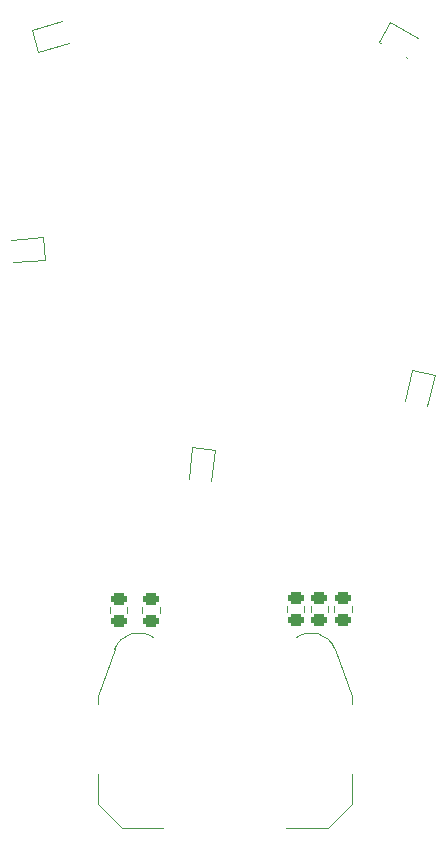
<source format=gbo>
G04 #@! TF.GenerationSoftware,KiCad,Pcbnew,(6.0.10-0)*
G04 #@! TF.CreationDate,2023-08-25T18:06:36+02:00*
G04 #@! TF.ProjectId,SwiftLeeds,53776966-744c-4656-9564-732e6b696361,rev?*
G04 #@! TF.SameCoordinates,Original*
G04 #@! TF.FileFunction,Legend,Bot*
G04 #@! TF.FilePolarity,Positive*
%FSLAX46Y46*%
G04 Gerber Fmt 4.6, Leading zero omitted, Abs format (unit mm)*
G04 Created by KiCad (PCBNEW (6.0.10-0)) date 2023-08-25 18:06:36*
%MOMM*%
%LPD*%
G01*
G04 APERTURE LIST*
G04 Aperture macros list*
%AMRoundRect*
0 Rectangle with rounded corners*
0 $1 Rounding radius*
0 $2 $3 $4 $5 $6 $7 $8 $9 X,Y pos of 4 corners*
0 Add a 4 corners polygon primitive as box body*
4,1,4,$2,$3,$4,$5,$6,$7,$8,$9,$2,$3,0*
0 Add four circle primitives for the rounded corners*
1,1,$1+$1,$2,$3*
1,1,$1+$1,$4,$5*
1,1,$1+$1,$6,$7*
1,1,$1+$1,$8,$9*
0 Add four rect primitives between the rounded corners*
20,1,$1+$1,$2,$3,$4,$5,0*
20,1,$1+$1,$4,$5,$6,$7,0*
20,1,$1+$1,$6,$7,$8,$9,0*
20,1,$1+$1,$8,$9,$2,$3,0*%
G04 Aperture macros list end*
%ADD10C,0.120000*%
%ADD11C,0.000000*%
%ADD12RoundRect,0.250000X-0.450000X0.262500X-0.450000X-0.262500X0.450000X-0.262500X0.450000X0.262500X0*%
%ADD13RoundRect,0.243750X-0.423144X0.297536X-0.482555X-0.186330X0.423144X-0.297536X0.482555X0.186330X0*%
%ADD14RoundRect,0.243750X0.203058X0.475758X-0.282587X0.433270X-0.203058X-0.475758X0.282587X-0.433270X0*%
%ADD15RoundRect,0.243750X-0.389725X0.340137X-0.499388X-0.134869X0.389725X-0.340137X0.499388X0.134869X0*%
%ADD16RoundRect,0.243750X-0.439219X-0.273249X-0.017031X-0.516999X0.439219X0.273249X0.017031X0.516999X0*%
%ADD17RoundRect,0.243750X-0.099705X-0.507580X0.366494X-0.365048X0.099705X0.507580X-0.366494X0.365048X0*%
%ADD18R,1.270000X5.080000*%
%ADD19C,17.800000*%
G04 APERTURE END LIST*
D10*
X222000000Y-96860436D02*
X222000000Y-97314564D01*
X223470000Y-96860436D02*
X223470000Y-97314564D01*
X219265000Y-96860436D02*
X219265000Y-97314564D01*
X220735000Y-96860436D02*
X220735000Y-97314564D01*
X238265000Y-96772936D02*
X238265000Y-97227064D01*
X239735000Y-96772936D02*
X239735000Y-97227064D01*
X236265000Y-96772936D02*
X236265000Y-97227064D01*
X237735000Y-96772936D02*
X237735000Y-97227064D01*
X234265000Y-96772936D02*
X234265000Y-97227064D01*
X235735000Y-96772936D02*
X235735000Y-97227064D01*
X228158194Y-83529512D02*
X227830975Y-86194499D01*
X226252506Y-83295523D02*
X228158194Y-83529512D01*
X225925286Y-85960510D02*
X226252506Y-83295523D01*
X213762258Y-67409489D02*
X211087475Y-67643503D01*
X213594919Y-65496796D02*
X213762258Y-67409489D01*
X210920136Y-65730809D02*
X213594919Y-65496796D01*
X244279794Y-79365139D02*
X244883787Y-76748955D01*
X244883787Y-76748955D02*
X246754578Y-77180861D01*
X246754578Y-77180861D02*
X246150584Y-79797045D01*
X243020747Y-47326116D02*
X245346025Y-48668616D01*
X242060747Y-48988884D02*
X243020747Y-47326116D01*
X244386025Y-50331384D02*
X242060747Y-48988884D01*
X215778487Y-49051898D02*
X213210808Y-49836916D01*
X213210808Y-49836916D02*
X212649455Y-48000811D01*
X212649455Y-48000811D02*
X215217133Y-47215793D01*
X223800000Y-115540000D02*
X220300000Y-115540000D01*
X239780000Y-105000000D02*
X239780000Y-104370000D01*
X237700000Y-115540000D02*
X239780000Y-113460000D01*
X239780000Y-113460000D02*
X239780000Y-111000000D01*
X218220000Y-113460000D02*
X218220000Y-111000000D01*
X218220000Y-105000000D02*
X218220000Y-104370000D01*
X237700000Y-115540000D02*
X234200000Y-115540000D01*
X239780000Y-104370000D02*
X238340000Y-100420000D01*
X218220000Y-104370000D02*
X219660000Y-100420000D01*
X220300000Y-115540000D02*
X218220000Y-113460000D01*
X238325244Y-100411831D02*
G75*
G03*
X235000000Y-99450000I-2015244J-738169D01*
G01*
X222996646Y-99433470D02*
G75*
G03*
X219660000Y-100420000I-1306646J-1716531D01*
G01*
%LPC*%
D11*
G36*
X227328829Y-48257714D02*
G01*
X228693367Y-48377241D01*
X229824548Y-48587926D01*
X230295054Y-48726581D01*
X230698129Y-48886978D01*
X230975816Y-49021369D01*
X231243445Y-49156574D01*
X231501191Y-49292476D01*
X231749229Y-49428960D01*
X231987732Y-49565909D01*
X232216875Y-49703207D01*
X232436832Y-49840737D01*
X232647779Y-49978384D01*
X232849888Y-50116030D01*
X233043336Y-50253561D01*
X233228295Y-50390859D01*
X233404942Y-50527808D01*
X233573449Y-50664292D01*
X233733992Y-50800194D01*
X233886744Y-50935399D01*
X234031881Y-51069790D01*
X234062218Y-51098742D01*
X234093660Y-51126066D01*
X234126148Y-51151762D01*
X234159624Y-51175830D01*
X234194031Y-51198271D01*
X234229310Y-51219083D01*
X234302251Y-51255825D01*
X234377982Y-51286056D01*
X234456040Y-51309776D01*
X234535957Y-51326984D01*
X234617270Y-51337681D01*
X234699513Y-51341867D01*
X234782221Y-51339541D01*
X234864930Y-51330705D01*
X234947173Y-51315357D01*
X235028486Y-51293497D01*
X235108404Y-51265127D01*
X235186461Y-51230245D01*
X235262193Y-51188853D01*
X235976180Y-50756331D01*
X236659936Y-50379677D01*
X237313927Y-50056160D01*
X237938617Y-49783047D01*
X238534472Y-49557605D01*
X239101956Y-49377103D01*
X239641535Y-49238807D01*
X240153674Y-49139985D01*
X240638839Y-49077906D01*
X241097493Y-49049836D01*
X241530102Y-49053043D01*
X241937131Y-49084795D01*
X242319046Y-49142359D01*
X242676311Y-49223004D01*
X243009392Y-49323996D01*
X243318753Y-49442603D01*
X243363838Y-49465838D01*
X243409678Y-49490817D01*
X243456100Y-49517424D01*
X243502928Y-49545542D01*
X243549989Y-49575056D01*
X243597109Y-49605848D01*
X243644111Y-49637804D01*
X243690824Y-49670806D01*
X243737071Y-49704738D01*
X243782678Y-49739484D01*
X243827472Y-49774927D01*
X243871277Y-49810952D01*
X243913920Y-49847442D01*
X243955226Y-49884281D01*
X243995020Y-49921353D01*
X244033128Y-49958540D01*
X244076856Y-49996212D01*
X244118783Y-50034815D01*
X244158965Y-50074347D01*
X244197461Y-50114810D01*
X244234329Y-50156203D01*
X244269627Y-50198526D01*
X244303414Y-50241779D01*
X244335747Y-50285962D01*
X244366685Y-50331076D01*
X244396286Y-50377119D01*
X244424608Y-50424093D01*
X244451709Y-50471997D01*
X244477647Y-50520831D01*
X244502481Y-50570596D01*
X244526268Y-50621290D01*
X244549068Y-50672915D01*
X244674214Y-50982275D01*
X244780060Y-51315355D01*
X244864047Y-51672620D01*
X244923616Y-52054534D01*
X244956211Y-52461563D01*
X244959273Y-52894172D01*
X244930243Y-53352826D01*
X244866565Y-53837990D01*
X244765680Y-54350129D01*
X244625029Y-54889708D01*
X244442056Y-55457193D01*
X244214202Y-56053048D01*
X243938909Y-56677738D01*
X243613619Y-57331729D01*
X243235774Y-58015486D01*
X242802816Y-58729473D01*
X242761424Y-58804769D01*
X242726543Y-58881635D01*
X242698172Y-58959779D01*
X242676313Y-59038912D01*
X242660966Y-59118742D01*
X242652129Y-59198979D01*
X242649804Y-59279333D01*
X242653989Y-59359512D01*
X242664686Y-59439226D01*
X242681895Y-59518185D01*
X242705614Y-59596097D01*
X242735845Y-59672671D01*
X242772587Y-59747618D01*
X242815840Y-59820647D01*
X242839909Y-59856351D01*
X242865605Y-59891466D01*
X242892929Y-59925956D01*
X242921881Y-59959786D01*
X243191477Y-60257674D01*
X243463863Y-60586724D01*
X243738110Y-60948330D01*
X244013287Y-61343887D01*
X244288464Y-61774791D01*
X244562710Y-62242437D01*
X244835097Y-62748220D01*
X244970302Y-63015849D01*
X245104693Y-63293536D01*
X245410284Y-64166680D01*
X245625823Y-65296670D01*
X245748693Y-66659437D01*
X245776278Y-68230912D01*
X245705963Y-69987029D01*
X245535130Y-71903718D01*
X245261164Y-73956913D01*
X244881449Y-76122545D01*
X244393369Y-78376545D01*
X243794307Y-80694847D01*
X243081647Y-83053381D01*
X242252774Y-85428081D01*
X241305070Y-87794878D01*
X240235920Y-90129703D01*
X239042709Y-92408490D01*
X237722818Y-94607169D01*
X237722816Y-94607166D01*
X237683797Y-94657386D01*
X237641348Y-94703827D01*
X237595760Y-94746431D01*
X237547323Y-94785140D01*
X237496328Y-94819896D01*
X237443066Y-94850640D01*
X237387827Y-94877315D01*
X237330903Y-94899862D01*
X237272583Y-94918224D01*
X237213158Y-94932341D01*
X237152920Y-94942156D01*
X237092158Y-94947612D01*
X237031164Y-94948649D01*
X236970227Y-94945209D01*
X236909640Y-94937235D01*
X236849692Y-94924668D01*
X236791575Y-94900057D01*
X236736365Y-94871027D01*
X236684179Y-94837812D01*
X236635131Y-94800644D01*
X236589340Y-94759755D01*
X236546920Y-94715377D01*
X236507988Y-94667745D01*
X236472661Y-94617089D01*
X236441054Y-94563643D01*
X236413285Y-94507638D01*
X236389468Y-94449309D01*
X236369721Y-94388886D01*
X236354160Y-94326603D01*
X236342901Y-94262692D01*
X236336061Y-94197386D01*
X236333755Y-94130917D01*
X236413750Y-91673363D01*
X236444678Y-88976055D01*
X236408169Y-85573203D01*
X236258178Y-81669917D01*
X235948662Y-77471304D01*
X235719693Y-75325347D01*
X235433577Y-73182474D01*
X235084558Y-71068323D01*
X234666880Y-69008534D01*
X234645983Y-68928201D01*
X234620633Y-68850956D01*
X234591023Y-68776865D01*
X234557351Y-68705994D01*
X234519814Y-68638407D01*
X234478606Y-68574171D01*
X234433925Y-68513350D01*
X234385966Y-68456009D01*
X234334927Y-68402215D01*
X234281002Y-68352033D01*
X234224388Y-68305528D01*
X234165282Y-68262765D01*
X234103879Y-68223811D01*
X234040377Y-68188729D01*
X233974970Y-68157587D01*
X233907856Y-68130448D01*
X233839230Y-68107379D01*
X233769289Y-68088445D01*
X233698228Y-68073711D01*
X233626245Y-68063243D01*
X233553535Y-68057106D01*
X233480294Y-68055366D01*
X233406720Y-68058087D01*
X233333007Y-68065336D01*
X233259352Y-68077178D01*
X233185952Y-68093677D01*
X233113002Y-68114901D01*
X233040699Y-68140913D01*
X232969239Y-68171780D01*
X232898818Y-68207566D01*
X232829633Y-68248337D01*
X232761879Y-68294159D01*
X232181450Y-68705452D01*
X231601021Y-69106513D01*
X231020591Y-69498272D01*
X230440161Y-69881659D01*
X229279302Y-70627040D01*
X228118442Y-71350097D01*
X228114722Y-71349981D01*
X228111010Y-71349641D01*
X228107313Y-71349083D01*
X228103637Y-71348314D01*
X228099990Y-71347341D01*
X228096380Y-71346172D01*
X228092813Y-71344815D01*
X228089297Y-71343275D01*
X228085840Y-71341561D01*
X228082447Y-71339680D01*
X228079127Y-71337640D01*
X228075888Y-71335446D01*
X228072735Y-71333107D01*
X228069677Y-71330631D01*
X228066720Y-71328023D01*
X228063873Y-71325292D01*
X228061142Y-71322444D01*
X228058534Y-71319488D01*
X228056057Y-71316430D01*
X228053719Y-71313277D01*
X228051525Y-71310037D01*
X228049484Y-71306717D01*
X228047603Y-71303325D01*
X228045890Y-71299867D01*
X228044350Y-71296351D01*
X228042993Y-71292784D01*
X228041824Y-71289174D01*
X228040851Y-71285527D01*
X228040082Y-71281851D01*
X228039524Y-71278153D01*
X228039183Y-71274441D01*
X228039068Y-71270722D01*
X228233679Y-70854430D01*
X228401605Y-70453718D01*
X228544067Y-70068354D01*
X228662287Y-69698105D01*
X228757485Y-69342739D01*
X228830881Y-69002024D01*
X228883698Y-68675726D01*
X228917155Y-68363613D01*
X228932474Y-68065453D01*
X228930875Y-67781013D01*
X228913579Y-67510061D01*
X228881808Y-67252364D01*
X228836781Y-67007689D01*
X228779721Y-66775804D01*
X228711847Y-66556476D01*
X228634381Y-66349473D01*
X228618588Y-66305290D01*
X228601051Y-66262037D01*
X228581885Y-66219714D01*
X228561208Y-66178321D01*
X228539136Y-66137859D01*
X228515784Y-66098326D01*
X228491270Y-66059724D01*
X228465710Y-66022052D01*
X228439219Y-65985310D01*
X228411914Y-65949498D01*
X228383912Y-65914616D01*
X228355328Y-65880665D01*
X228326280Y-65847643D01*
X228296882Y-65815552D01*
X228267252Y-65784391D01*
X228237506Y-65754160D01*
X228094259Y-65636338D01*
X228024728Y-65579753D01*
X227989876Y-65552448D01*
X227954733Y-65525958D01*
X227919124Y-65500397D01*
X227882876Y-65475883D01*
X227845815Y-65452532D01*
X227807765Y-65430460D01*
X227768552Y-65409783D01*
X227728002Y-65390617D01*
X227685940Y-65373080D01*
X227642193Y-65357286D01*
X227442167Y-65279820D01*
X227228885Y-65211946D01*
X227002116Y-65154886D01*
X226761627Y-65109860D01*
X226507186Y-65078088D01*
X226238559Y-65060793D01*
X225955514Y-65059194D01*
X225657820Y-65074513D01*
X225345242Y-65107970D01*
X225017549Y-65160786D01*
X224674508Y-65234183D01*
X224315886Y-65329380D01*
X223941452Y-65447600D01*
X223550972Y-65590062D01*
X223144213Y-65757988D01*
X222720945Y-65952598D01*
X222717112Y-65952483D01*
X222713077Y-65952143D01*
X222708867Y-65951584D01*
X222704511Y-65950815D01*
X222700039Y-65949842D01*
X222695481Y-65948674D01*
X222690864Y-65947316D01*
X222686217Y-65945777D01*
X222681571Y-65944063D01*
X222676954Y-65942182D01*
X222672395Y-65940141D01*
X222667924Y-65937948D01*
X222663568Y-65935609D01*
X222659358Y-65933132D01*
X222655322Y-65930524D01*
X222651490Y-65927793D01*
X222647891Y-65924946D01*
X222644553Y-65921989D01*
X222641505Y-65918931D01*
X222638778Y-65915778D01*
X222636399Y-65912538D01*
X222634398Y-65909219D01*
X222632804Y-65905826D01*
X222631646Y-65902368D01*
X222630953Y-65898852D01*
X222630755Y-65895285D01*
X222631079Y-65891675D01*
X222631956Y-65888028D01*
X222633415Y-65884352D01*
X222635483Y-65880655D01*
X222638191Y-65876943D01*
X222641568Y-65873223D01*
X223364625Y-64712363D01*
X224110005Y-63551504D01*
X224493393Y-62971074D01*
X224885152Y-62390645D01*
X225286213Y-61810215D01*
X225697507Y-61229786D01*
X225743216Y-61162032D01*
X225783664Y-61092847D01*
X225818938Y-61022426D01*
X225849124Y-60950966D01*
X225874312Y-60878663D01*
X225894586Y-60805713D01*
X225910036Y-60732313D01*
X225920747Y-60658658D01*
X225926808Y-60584945D01*
X225928304Y-60511370D01*
X225925325Y-60438130D01*
X225917956Y-60365420D01*
X225906285Y-60293437D01*
X225890399Y-60222376D01*
X225870386Y-60152435D01*
X225846332Y-60083809D01*
X225818325Y-60016695D01*
X225786452Y-59951288D01*
X225750800Y-59887785D01*
X225711456Y-59826383D01*
X225668508Y-59767277D01*
X225622043Y-59710663D01*
X225572148Y-59656738D01*
X225518910Y-59605699D01*
X225462417Y-59557740D01*
X225402755Y-59513059D01*
X225340011Y-59471852D01*
X225274274Y-59434314D01*
X225205630Y-59400642D01*
X225134167Y-59371033D01*
X225059971Y-59345682D01*
X224983130Y-59324786D01*
X222923779Y-58907108D01*
X220810827Y-58558089D01*
X218669737Y-58271972D01*
X216525972Y-58043004D01*
X214404997Y-57865428D01*
X212332275Y-57733488D01*
X210333269Y-57641430D01*
X208433443Y-57583497D01*
X205033186Y-57546988D01*
X202335211Y-57577916D01*
X199860943Y-57657911D01*
X199827578Y-57660824D01*
X199794475Y-57662145D01*
X199761662Y-57661912D01*
X199729169Y-57660159D01*
X199697024Y-57656924D01*
X199665258Y-57652243D01*
X199633898Y-57646152D01*
X199602975Y-57638688D01*
X199572516Y-57629886D01*
X199542552Y-57619784D01*
X199513111Y-57608417D01*
X199484222Y-57595822D01*
X199455915Y-57582035D01*
X199428218Y-57567093D01*
X199401161Y-57551032D01*
X199374772Y-57533888D01*
X199349080Y-57515697D01*
X199324116Y-57496497D01*
X199299907Y-57476322D01*
X199276483Y-57455211D01*
X199253873Y-57433198D01*
X199232106Y-57410320D01*
X199211211Y-57386614D01*
X199191217Y-57362116D01*
X199172153Y-57336862D01*
X199154049Y-57310888D01*
X199136932Y-57284232D01*
X199120834Y-57256928D01*
X199105781Y-57229015D01*
X199091804Y-57200527D01*
X199078932Y-57171501D01*
X199067194Y-57141974D01*
X199056840Y-57112098D01*
X199048086Y-57082026D01*
X199040902Y-57051794D01*
X199035258Y-57021439D01*
X199031125Y-56990996D01*
X199028475Y-56960502D01*
X199027278Y-56929994D01*
X199027506Y-56899508D01*
X199029129Y-56869080D01*
X199032118Y-56838746D01*
X199036444Y-56808543D01*
X199042079Y-56778507D01*
X199048992Y-56748675D01*
X199057155Y-56719083D01*
X199066539Y-56689766D01*
X199077115Y-56660763D01*
X199088854Y-56632108D01*
X199101726Y-56603838D01*
X199115703Y-56575989D01*
X199130756Y-56548599D01*
X199146854Y-56521703D01*
X199163971Y-56495337D01*
X199182075Y-56469538D01*
X199201139Y-56444342D01*
X199221133Y-56419785D01*
X199242028Y-56395905D01*
X199263795Y-56372736D01*
X199286405Y-56350316D01*
X199309829Y-56328681D01*
X199334038Y-56307867D01*
X199359002Y-56287911D01*
X199384694Y-56268849D01*
X201576798Y-54949394D01*
X203850700Y-53757374D01*
X206182157Y-52689998D01*
X208546925Y-51744474D01*
X210920763Y-50918013D01*
X213279426Y-50207825D01*
X215598674Y-49611117D01*
X217854263Y-49125101D01*
X220021950Y-48746985D01*
X222077493Y-48473978D01*
X223996649Y-48303292D01*
X225755175Y-48232133D01*
X227328829Y-48257714D01*
G37*
G36*
X215251556Y-67632997D02*
G01*
X216073289Y-67705977D01*
X216755495Y-67834302D01*
X217039771Y-67918711D01*
X217283758Y-68016345D01*
X217444698Y-68098201D01*
X217600173Y-68180056D01*
X217750299Y-68261912D01*
X217895193Y-68343767D01*
X218034972Y-68425623D01*
X218169750Y-68507478D01*
X218299645Y-68589334D01*
X218424773Y-68671189D01*
X218545250Y-68753045D01*
X218661193Y-68834900D01*
X218772717Y-68916756D01*
X218879939Y-68998611D01*
X218982975Y-69080467D01*
X219081942Y-69162322D01*
X219176955Y-69244178D01*
X219268132Y-69326033D01*
X219287078Y-69344170D01*
X219306686Y-69361370D01*
X219326918Y-69377625D01*
X219347740Y-69392928D01*
X219391003Y-69420649D01*
X219436184Y-69444475D01*
X219482993Y-69464348D01*
X219531140Y-69480209D01*
X219580333Y-69492001D01*
X219630281Y-69499666D01*
X219680695Y-69503144D01*
X219731283Y-69502379D01*
X219781755Y-69497311D01*
X219831820Y-69487884D01*
X219856609Y-69481517D01*
X219881187Y-69474038D01*
X219905518Y-69465439D01*
X219929566Y-69455715D01*
X219953294Y-69444857D01*
X219976666Y-69432858D01*
X219999645Y-69419711D01*
X220022196Y-69405408D01*
X220444999Y-69147022D01*
X220850362Y-68921484D01*
X221238516Y-68727223D01*
X221609695Y-68562669D01*
X221964131Y-68426253D01*
X222302056Y-68316405D01*
X222623703Y-68231555D01*
X222929304Y-68170134D01*
X223219093Y-68130573D01*
X223493301Y-68111301D01*
X223752161Y-68110748D01*
X223995906Y-68127346D01*
X224224768Y-68159524D01*
X224438980Y-68205713D01*
X224638774Y-68264343D01*
X224824383Y-68333845D01*
X224861125Y-68349183D01*
X224896937Y-68365393D01*
X224931818Y-68382418D01*
X224965769Y-68400198D01*
X224998790Y-68418675D01*
X225030881Y-68437792D01*
X225062042Y-68457491D01*
X225092272Y-68477712D01*
X225121573Y-68498399D01*
X225149943Y-68519493D01*
X225177383Y-68540935D01*
X225203893Y-68562668D01*
X225229473Y-68584634D01*
X225254122Y-68606774D01*
X225277842Y-68629030D01*
X225300632Y-68651345D01*
X225389309Y-68770407D01*
X225432485Y-68829938D01*
X225474265Y-68889470D01*
X225514185Y-68949001D01*
X225551779Y-69008532D01*
X225569559Y-69038298D01*
X225586583Y-69068064D01*
X225602793Y-69097829D01*
X225618131Y-69127595D01*
X225687632Y-69312768D01*
X225746263Y-69511370D01*
X225792452Y-69723809D01*
X225824630Y-69950491D01*
X225841228Y-70191823D01*
X225840676Y-70448212D01*
X225821404Y-70720066D01*
X225781842Y-71007791D01*
X225720422Y-71311793D01*
X225635573Y-71632481D01*
X225525725Y-71970261D01*
X225389309Y-72325540D01*
X225224756Y-72698724D01*
X225030495Y-73090222D01*
X224804957Y-73500439D01*
X224546572Y-73929784D01*
X224532269Y-73952334D01*
X224519122Y-73975313D01*
X224507122Y-73998685D01*
X224496264Y-74022413D01*
X224486539Y-74046461D01*
X224477941Y-74070792D01*
X224470462Y-74095370D01*
X224464095Y-74120159D01*
X224458832Y-74145122D01*
X224454667Y-74170223D01*
X224451592Y-74195427D01*
X224449599Y-74220695D01*
X224448682Y-74245993D01*
X224448834Y-74271283D01*
X224450046Y-74296530D01*
X224452312Y-74321697D01*
X224455625Y-74346748D01*
X224459976Y-74371646D01*
X224465360Y-74396355D01*
X224471768Y-74420838D01*
X224479194Y-74445061D01*
X224487630Y-74468985D01*
X224497068Y-74492575D01*
X224507503Y-74515794D01*
X224518925Y-74538607D01*
X224531329Y-74560976D01*
X224544706Y-74582865D01*
X224559050Y-74604239D01*
X224574353Y-74625060D01*
X224590608Y-74645292D01*
X224607808Y-74664900D01*
X224625945Y-74683846D01*
X224708237Y-74768482D01*
X224791284Y-74858641D01*
X224874913Y-74954265D01*
X224958949Y-75055296D01*
X225043217Y-75161675D01*
X225127543Y-75273344D01*
X225211753Y-75390246D01*
X225295672Y-75512322D01*
X225379126Y-75639514D01*
X225461941Y-75771764D01*
X225543942Y-75909013D01*
X225624954Y-76051204D01*
X225704804Y-76198278D01*
X225783316Y-76350178D01*
X225860318Y-76506845D01*
X225935633Y-76668220D01*
X226117676Y-77196485D01*
X226246001Y-77878697D01*
X226318981Y-78700440D01*
X226334988Y-79647294D01*
X226292394Y-80704841D01*
X226189571Y-81858663D01*
X226024891Y-83094341D01*
X225796727Y-84397458D01*
X225503450Y-85753595D01*
X225143433Y-87148334D01*
X224715048Y-88567256D01*
X224216668Y-89995944D01*
X223646664Y-91419978D01*
X223003409Y-92824941D01*
X222285274Y-94196413D01*
X221490633Y-95519978D01*
X221490632Y-95519976D01*
X221482732Y-95538230D01*
X221473947Y-95555787D01*
X221464318Y-95572647D01*
X221453890Y-95588809D01*
X221442706Y-95604273D01*
X221430810Y-95619039D01*
X221418245Y-95633108D01*
X221405056Y-95646479D01*
X221391285Y-95659153D01*
X221376976Y-95671129D01*
X221362173Y-95682407D01*
X221346920Y-95692988D01*
X221315236Y-95712056D01*
X221282273Y-95728335D01*
X221248379Y-95741822D01*
X221213905Y-95752519D01*
X221179198Y-95760426D01*
X221144607Y-95765542D01*
X221110481Y-95767867D01*
X221077169Y-95767402D01*
X221045019Y-95764147D01*
X221014382Y-95758101D01*
X220996012Y-95750315D01*
X220978114Y-95741853D01*
X220943766Y-95722988D01*
X220911394Y-95701681D01*
X220881056Y-95678107D01*
X220852812Y-95652440D01*
X220826719Y-95624855D01*
X220802835Y-95595525D01*
X220781218Y-95564626D01*
X220761926Y-95532332D01*
X220745019Y-95498816D01*
X220730553Y-95464254D01*
X220718586Y-95428820D01*
X220709178Y-95392689D01*
X220702386Y-95356034D01*
X220698268Y-95319031D01*
X220696882Y-95281853D01*
X220748352Y-93800983D01*
X220770134Y-92178725D01*
X220751453Y-90132302D01*
X220663938Y-87784503D01*
X220479221Y-85258114D01*
X220341545Y-83966320D01*
X220168930Y-82675923D01*
X219957828Y-81402274D01*
X219704694Y-80160720D01*
X219692156Y-80113173D01*
X219676944Y-80067305D01*
X219659173Y-80023166D01*
X219638961Y-79980808D01*
X219616424Y-79940282D01*
X219591677Y-79901637D01*
X219564838Y-79864925D01*
X219536022Y-79830197D01*
X219505345Y-79797504D01*
X219472925Y-79766897D01*
X219438876Y-79738426D01*
X219403316Y-79712143D01*
X219366361Y-79688097D01*
X219328127Y-79666341D01*
X219288730Y-79646925D01*
X219248287Y-79629899D01*
X219206914Y-79615316D01*
X219164726Y-79603225D01*
X219121841Y-79593677D01*
X219078375Y-79586724D01*
X219034443Y-79582415D01*
X218990163Y-79580803D01*
X218945650Y-79581938D01*
X218901021Y-79585871D01*
X218856392Y-79592652D01*
X218811880Y-79602333D01*
X218767599Y-79614964D01*
X218723668Y-79630596D01*
X218680202Y-79649281D01*
X218637317Y-79671069D01*
X218595129Y-79696010D01*
X218553756Y-79724156D01*
X217885502Y-80202733D01*
X217218643Y-80658054D01*
X216550855Y-81092912D01*
X215879811Y-81510096D01*
X215203185Y-81912397D01*
X214518654Y-82302606D01*
X213823890Y-82683513D01*
X213116569Y-83057909D01*
X213079381Y-83080697D01*
X213042310Y-83104416D01*
X213005471Y-83129066D01*
X212968981Y-83154645D01*
X212932956Y-83181155D01*
X212897513Y-83208595D01*
X212862767Y-83236965D01*
X212828834Y-83266266D01*
X212795833Y-83296497D01*
X212763877Y-83327658D01*
X212733084Y-83359749D01*
X212703571Y-83392770D01*
X212675452Y-83426722D01*
X212648845Y-83461604D01*
X212623866Y-83497416D01*
X212600631Y-83534158D01*
X209425632Y-88693729D01*
X209414012Y-88711982D01*
X209401506Y-88729531D01*
X209388156Y-88746367D01*
X209374007Y-88762484D01*
X209359103Y-88777874D01*
X209343486Y-88792530D01*
X209327201Y-88806445D01*
X209310290Y-88819612D01*
X209274769Y-88843670D01*
X209237272Y-88864647D01*
X209198146Y-88882485D01*
X209157742Y-88897126D01*
X209116407Y-88908511D01*
X209074491Y-88916582D01*
X209032342Y-88921281D01*
X208990310Y-88922550D01*
X208948743Y-88920331D01*
X208907989Y-88914566D01*
X208888027Y-88910335D01*
X208868399Y-88905196D01*
X208849149Y-88899142D01*
X208830320Y-88892164D01*
X208794062Y-88868920D01*
X208759782Y-88843873D01*
X208727594Y-88817082D01*
X208697615Y-88788605D01*
X208669962Y-88758500D01*
X208644750Y-88726826D01*
X208622096Y-88693640D01*
X208602117Y-88659001D01*
X208584928Y-88622966D01*
X208570646Y-88585594D01*
X208559387Y-88546943D01*
X208551267Y-88507072D01*
X208546403Y-88466037D01*
X208544911Y-88423898D01*
X208545466Y-88402433D01*
X208546907Y-88380713D01*
X208549249Y-88358746D01*
X208552507Y-88336539D01*
X210775008Y-83454779D01*
X210778498Y-83447338D01*
X210781539Y-83439906D01*
X210784143Y-83432487D01*
X210786325Y-83425091D01*
X210788101Y-83417723D01*
X210789484Y-83410392D01*
X210790489Y-83403105D01*
X210791131Y-83395868D01*
X210791424Y-83388690D01*
X210791383Y-83381576D01*
X210791022Y-83374536D01*
X210790356Y-83367575D01*
X210789399Y-83360702D01*
X210788166Y-83353923D01*
X210786672Y-83347246D01*
X210784930Y-83340678D01*
X210782956Y-83334226D01*
X210780763Y-83327897D01*
X210775783Y-83315640D01*
X210770105Y-83303965D01*
X210763846Y-83292928D01*
X210757121Y-83282590D01*
X210750048Y-83273007D01*
X210742742Y-83264238D01*
X210735320Y-83256341D01*
X210727423Y-83248919D01*
X210718654Y-83241614D01*
X210709072Y-83234541D01*
X210698733Y-83227817D01*
X210687697Y-83221558D01*
X210676022Y-83215880D01*
X210663765Y-83210900D01*
X210650985Y-83206733D01*
X210637739Y-83203497D01*
X210624087Y-83201307D01*
X210610086Y-83200280D01*
X210602973Y-83200239D01*
X210595794Y-83200532D01*
X210588558Y-83201174D01*
X210581270Y-83202179D01*
X210573939Y-83203563D01*
X210566571Y-83205338D01*
X210559175Y-83207521D01*
X210551757Y-83210125D01*
X210544324Y-83213165D01*
X210536883Y-83216656D01*
X205655320Y-85439155D01*
X205633001Y-85442414D01*
X205610711Y-85444756D01*
X205588478Y-85446197D01*
X205566333Y-85446752D01*
X205544305Y-85446435D01*
X205522421Y-85445260D01*
X205500712Y-85443242D01*
X205479207Y-85440396D01*
X205457934Y-85436736D01*
X205436923Y-85432276D01*
X205416202Y-85427032D01*
X205395801Y-85421017D01*
X205375749Y-85414247D01*
X205356075Y-85406735D01*
X205336808Y-85398497D01*
X205317977Y-85389546D01*
X205299611Y-85379898D01*
X205281739Y-85369567D01*
X205264390Y-85358567D01*
X205247593Y-85346913D01*
X205231378Y-85334620D01*
X205215774Y-85321701D01*
X205200809Y-85308173D01*
X205186512Y-85294048D01*
X205172913Y-85279342D01*
X205160041Y-85264070D01*
X205147924Y-85248245D01*
X205136592Y-85231882D01*
X205126075Y-85214996D01*
X205116400Y-85197601D01*
X205107597Y-85179713D01*
X205099695Y-85161344D01*
X205092718Y-85139024D01*
X205086663Y-85116725D01*
X205081524Y-85094470D01*
X205077293Y-85072280D01*
X205073964Y-85050177D01*
X205071528Y-85028184D01*
X205069979Y-85006321D01*
X205069309Y-84984611D01*
X205069512Y-84963075D01*
X205070579Y-84941736D01*
X205072503Y-84920614D01*
X205075278Y-84899732D01*
X205078896Y-84879112D01*
X205083349Y-84858776D01*
X205088631Y-84838744D01*
X205094734Y-84819040D01*
X205101651Y-84799684D01*
X205109375Y-84780699D01*
X205117898Y-84762107D01*
X205127213Y-84743928D01*
X205137313Y-84726186D01*
X205148190Y-84708901D01*
X205159838Y-84692096D01*
X205172249Y-84675793D01*
X205185416Y-84660012D01*
X205199331Y-84644777D01*
X205213987Y-84630109D01*
X205229377Y-84616029D01*
X205245494Y-84602559D01*
X205262331Y-84589722D01*
X205279880Y-84577539D01*
X205298133Y-84566031D01*
X210457507Y-81391031D01*
X210494249Y-81367796D01*
X210530061Y-81342816D01*
X210564943Y-81316209D01*
X210598894Y-81288091D01*
X210631916Y-81258577D01*
X210664007Y-81227784D01*
X210695168Y-81195828D01*
X210725398Y-81162826D01*
X210754699Y-81128894D01*
X210783069Y-81094148D01*
X210810510Y-81058704D01*
X210837020Y-81022679D01*
X210862599Y-80986189D01*
X210887249Y-80949351D01*
X210910968Y-80912279D01*
X210933757Y-80875091D01*
X211308153Y-80167771D01*
X211689060Y-79473008D01*
X212079269Y-78788476D01*
X212481570Y-78111851D01*
X212898753Y-77440806D01*
X213333611Y-76773018D01*
X213788932Y-76106160D01*
X214267507Y-75437906D01*
X214295654Y-75396533D01*
X214320595Y-75354346D01*
X214342383Y-75311461D01*
X214361068Y-75267995D01*
X214376700Y-75224063D01*
X214389331Y-75179783D01*
X214399012Y-75135270D01*
X214405794Y-75090641D01*
X214409726Y-75046012D01*
X214410861Y-75001500D01*
X214409249Y-74957220D01*
X214404941Y-74913288D01*
X214397988Y-74869822D01*
X214388440Y-74826937D01*
X214376349Y-74784749D01*
X214361765Y-74743376D01*
X214344740Y-74702933D01*
X214325324Y-74663536D01*
X214303567Y-74625302D01*
X214279522Y-74588346D01*
X214253239Y-74552787D01*
X214224768Y-74518738D01*
X214194160Y-74486318D01*
X214161467Y-74455641D01*
X214126740Y-74426825D01*
X214090028Y-74399985D01*
X214051383Y-74375239D01*
X214010856Y-74352701D01*
X213968498Y-74332489D01*
X213924360Y-74314719D01*
X213878492Y-74299506D01*
X213830945Y-74286968D01*
X212589393Y-74033834D01*
X211315750Y-73822733D01*
X210025363Y-73650118D01*
X208733582Y-73512442D01*
X207455753Y-73406160D01*
X206207224Y-73327725D01*
X205003344Y-73273591D01*
X203859460Y-73240211D01*
X201813074Y-73221531D01*
X200190847Y-73243313D01*
X198710007Y-73294782D01*
X198687915Y-73294435D01*
X198666289Y-73293397D01*
X198645127Y-73291676D01*
X198624431Y-73289279D01*
X198604199Y-73286214D01*
X198584433Y-73282487D01*
X198565132Y-73278106D01*
X198546296Y-73273079D01*
X198527925Y-73267412D01*
X198510019Y-73261112D01*
X198492578Y-73254188D01*
X198475603Y-73246646D01*
X198459092Y-73238494D01*
X198443047Y-73229738D01*
X198427466Y-73220387D01*
X198412351Y-73210447D01*
X198397700Y-73199926D01*
X198383515Y-73188830D01*
X198369795Y-73177168D01*
X198356540Y-73164946D01*
X198343750Y-73152172D01*
X198331425Y-73138853D01*
X198319566Y-73124996D01*
X198308171Y-73110608D01*
X198297241Y-73095698D01*
X198286777Y-73080271D01*
X198276778Y-73064336D01*
X198267243Y-73047899D01*
X198258174Y-73030968D01*
X198249570Y-73013551D01*
X198233757Y-72977283D01*
X198230384Y-72958682D01*
X198227701Y-72940096D01*
X198225702Y-72921538D01*
X198224378Y-72903024D01*
X198223722Y-72884568D01*
X198223729Y-72866185D01*
X198224389Y-72847889D01*
X198225695Y-72829695D01*
X198227642Y-72811617D01*
X198230220Y-72793670D01*
X198233424Y-72775869D01*
X198237245Y-72758227D01*
X198246712Y-72723481D01*
X198258562Y-72689549D01*
X198272737Y-72656547D01*
X198289180Y-72624592D01*
X198307832Y-72593799D01*
X198328635Y-72564285D01*
X198351531Y-72536167D01*
X198376461Y-72509560D01*
X198389672Y-72496860D01*
X198403369Y-72484581D01*
X198417545Y-72472739D01*
X198432194Y-72461346D01*
X199755757Y-71666705D01*
X201127224Y-70948570D01*
X202532177Y-70305315D01*
X203956199Y-69735311D01*
X205384871Y-69236930D01*
X206803777Y-68808545D01*
X208198498Y-68448528D01*
X209554617Y-68155252D01*
X210857716Y-67927087D01*
X212093377Y-67762407D01*
X213247182Y-67659584D01*
X214304714Y-67616990D01*
X215251556Y-67632997D01*
G37*
D12*
X222735000Y-96175000D03*
X222735000Y-98000000D03*
X220000000Y-96175000D03*
X220000000Y-98000000D03*
X239000000Y-96087500D03*
X239000000Y-97912500D03*
X237000000Y-96087500D03*
X237000000Y-97912500D03*
X235000000Y-96087500D03*
X235000000Y-97912500D03*
D13*
X227114253Y-84154446D03*
X226885747Y-86015470D03*
D14*
X212933933Y-66518291D03*
X211066067Y-66681709D03*
D15*
X245229248Y-79520194D03*
X245651032Y-77693250D03*
D16*
X243188101Y-48531250D03*
X244811899Y-49468750D03*
D17*
X215438041Y-48152119D03*
X213644969Y-48700315D03*
D18*
X239985000Y-108000000D03*
X218015000Y-108000000D03*
D19*
X229000000Y-108000000D03*
M02*

</source>
